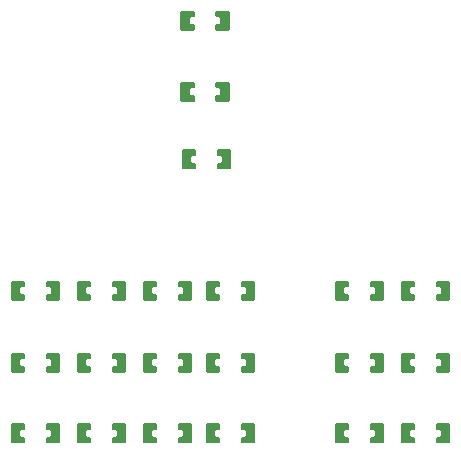
<source format=gtp>
G04 Layer: TopPasteMaskLayer*
G04 EasyEDA v6.5.50, 2025-05-27 18:24:41*
G04 52539cb3a7ae454bb971d49213b625aa,b37a74ae5ac9402f918d5afa9d52dbed,10*
G04 Gerber Generator version 0.2*
G04 Scale: 100 percent, Rotated: No, Reflected: No *
G04 Dimensions in millimeters *
G04 leading zeros omitted , absolute positions ,4 integer and 5 decimal *
%FSLAX45Y45*%
%MOMM*%

%ADD10C,0.0001*%

%LPD*%
G36*
X1202385Y1418539D02*
G01*
X1192377Y1408531D01*
X1192377Y1372412D01*
X1202385Y1362405D01*
X1223467Y1362405D01*
X1233474Y1352397D01*
X1233474Y1314602D01*
X1223467Y1304594D01*
X1202385Y1304594D01*
X1192377Y1294587D01*
X1192377Y1258468D01*
X1202385Y1248460D01*
X1303172Y1248460D01*
X1313129Y1258468D01*
X1313129Y1408531D01*
X1303172Y1418539D01*
G37*
G36*
X906627Y1418539D02*
G01*
X896670Y1408531D01*
X896670Y1258468D01*
X906627Y1248460D01*
X1007414Y1248460D01*
X1017422Y1258468D01*
X1017422Y1294587D01*
X1007414Y1304594D01*
X986332Y1304594D01*
X976325Y1314602D01*
X976325Y1352397D01*
X986332Y1362405D01*
X1007414Y1362405D01*
X1017422Y1372412D01*
X1017422Y1408531D01*
X1007414Y1418539D01*
G37*
G36*
X1761185Y1418539D02*
G01*
X1751177Y1408531D01*
X1751177Y1372412D01*
X1761185Y1362405D01*
X1782267Y1362405D01*
X1792274Y1352397D01*
X1792274Y1314602D01*
X1782267Y1304594D01*
X1761185Y1304594D01*
X1751177Y1294587D01*
X1751177Y1258468D01*
X1761185Y1248460D01*
X1861972Y1248460D01*
X1871929Y1258468D01*
X1871929Y1408531D01*
X1861972Y1418539D01*
G37*
G36*
X1465427Y1418539D02*
G01*
X1455470Y1408531D01*
X1455470Y1258468D01*
X1465427Y1248460D01*
X1566214Y1248460D01*
X1576222Y1258468D01*
X1576222Y1294587D01*
X1566214Y1304594D01*
X1545132Y1304594D01*
X1535125Y1314602D01*
X1535125Y1352397D01*
X1545132Y1362405D01*
X1566214Y1362405D01*
X1576222Y1372412D01*
X1576222Y1408531D01*
X1566214Y1418539D01*
G37*
G36*
X2294585Y1418539D02*
G01*
X2284577Y1408531D01*
X2284577Y1372412D01*
X2294585Y1362405D01*
X2315667Y1362405D01*
X2325674Y1352397D01*
X2325674Y1314602D01*
X2315667Y1304594D01*
X2294585Y1304594D01*
X2284577Y1294587D01*
X2284577Y1258468D01*
X2294585Y1248460D01*
X2395372Y1248460D01*
X2405329Y1258468D01*
X2405329Y1408531D01*
X2395372Y1418539D01*
G37*
G36*
X1998827Y1418539D02*
G01*
X1988870Y1408531D01*
X1988870Y1258468D01*
X1998827Y1248460D01*
X2099614Y1248460D01*
X2109622Y1258468D01*
X2109622Y1294587D01*
X2099614Y1304594D01*
X2078532Y1304594D01*
X2068525Y1314602D01*
X2068525Y1352397D01*
X2078532Y1362405D01*
X2099614Y1362405D01*
X2109622Y1372412D01*
X2109622Y1408531D01*
X2099614Y1418539D01*
G37*
G36*
X3386785Y1418539D02*
G01*
X3376777Y1408531D01*
X3376777Y1372412D01*
X3386785Y1362405D01*
X3407867Y1362405D01*
X3417874Y1352397D01*
X3417874Y1314602D01*
X3407867Y1304594D01*
X3386785Y1304594D01*
X3376777Y1294587D01*
X3376777Y1258468D01*
X3386785Y1248460D01*
X3487572Y1248460D01*
X3497529Y1258468D01*
X3497529Y1408531D01*
X3487572Y1418539D01*
G37*
G36*
X3091027Y1418539D02*
G01*
X3081070Y1408531D01*
X3081070Y1258468D01*
X3091027Y1248460D01*
X3191814Y1248460D01*
X3201822Y1258468D01*
X3201822Y1294587D01*
X3191814Y1304594D01*
X3170732Y1304594D01*
X3160725Y1314602D01*
X3160725Y1352397D01*
X3170732Y1362405D01*
X3191814Y1362405D01*
X3201822Y1372412D01*
X3201822Y1408531D01*
X3191814Y1418539D01*
G37*
G36*
X3945585Y1418539D02*
G01*
X3935577Y1408531D01*
X3935577Y1372412D01*
X3945585Y1362405D01*
X3966667Y1362405D01*
X3976674Y1352397D01*
X3976674Y1314602D01*
X3966667Y1304594D01*
X3945585Y1304594D01*
X3935577Y1294587D01*
X3935577Y1258468D01*
X3945585Y1248460D01*
X4046372Y1248460D01*
X4056329Y1258468D01*
X4056329Y1408531D01*
X4046372Y1418539D01*
G37*
G36*
X3649827Y1418539D02*
G01*
X3639870Y1408531D01*
X3639870Y1258468D01*
X3649827Y1248460D01*
X3750614Y1248460D01*
X3760622Y1258468D01*
X3760622Y1294587D01*
X3750614Y1304594D01*
X3729532Y1304594D01*
X3719525Y1314602D01*
X3719525Y1352397D01*
X3729532Y1362405D01*
X3750614Y1362405D01*
X3760622Y1372412D01*
X3760622Y1408531D01*
X3750614Y1418539D01*
G37*
G36*
X643585Y1418539D02*
G01*
X633577Y1408531D01*
X633577Y1372412D01*
X643585Y1362405D01*
X664667Y1362405D01*
X674674Y1352397D01*
X674674Y1314602D01*
X664667Y1304594D01*
X643585Y1304594D01*
X633577Y1294587D01*
X633577Y1258468D01*
X643585Y1248460D01*
X744372Y1248460D01*
X754329Y1258468D01*
X754329Y1408531D01*
X744372Y1418539D01*
G37*
G36*
X347827Y1418539D02*
G01*
X337870Y1408531D01*
X337870Y1258468D01*
X347827Y1248460D01*
X448614Y1248460D01*
X458622Y1258468D01*
X458622Y1294587D01*
X448614Y1304594D01*
X427532Y1304594D01*
X417525Y1314602D01*
X417525Y1352397D01*
X427532Y1362405D01*
X448614Y1362405D01*
X458622Y1372412D01*
X458622Y1408531D01*
X448614Y1418539D01*
G37*
G36*
X1202385Y2015439D02*
G01*
X1192377Y2005431D01*
X1192377Y1969312D01*
X1202385Y1959305D01*
X1223467Y1959305D01*
X1233474Y1949297D01*
X1233474Y1911502D01*
X1223467Y1901494D01*
X1202385Y1901494D01*
X1192377Y1891487D01*
X1192377Y1855368D01*
X1202385Y1845360D01*
X1303172Y1845360D01*
X1313129Y1855368D01*
X1313129Y2005431D01*
X1303172Y2015439D01*
G37*
G36*
X906627Y2015439D02*
G01*
X896670Y2005431D01*
X896670Y1855368D01*
X906627Y1845360D01*
X1007414Y1845360D01*
X1017422Y1855368D01*
X1017422Y1891487D01*
X1007414Y1901494D01*
X986332Y1901494D01*
X976325Y1911502D01*
X976325Y1949297D01*
X986332Y1959305D01*
X1007414Y1959305D01*
X1017422Y1969312D01*
X1017422Y2005431D01*
X1007414Y2015439D01*
G37*
G36*
X1761185Y2015439D02*
G01*
X1751177Y2005431D01*
X1751177Y1969312D01*
X1761185Y1959305D01*
X1782267Y1959305D01*
X1792274Y1949297D01*
X1792274Y1911502D01*
X1782267Y1901494D01*
X1761185Y1901494D01*
X1751177Y1891487D01*
X1751177Y1855368D01*
X1761185Y1845360D01*
X1861972Y1845360D01*
X1871929Y1855368D01*
X1871929Y2005431D01*
X1861972Y2015439D01*
G37*
G36*
X1465427Y2015439D02*
G01*
X1455470Y2005431D01*
X1455470Y1855368D01*
X1465427Y1845360D01*
X1566214Y1845360D01*
X1576222Y1855368D01*
X1576222Y1891487D01*
X1566214Y1901494D01*
X1545132Y1901494D01*
X1535125Y1911502D01*
X1535125Y1949297D01*
X1545132Y1959305D01*
X1566214Y1959305D01*
X1576222Y1969312D01*
X1576222Y2005431D01*
X1566214Y2015439D01*
G37*
G36*
X2294585Y2015439D02*
G01*
X2284577Y2005431D01*
X2284577Y1969312D01*
X2294585Y1959305D01*
X2315667Y1959305D01*
X2325674Y1949297D01*
X2325674Y1911502D01*
X2315667Y1901494D01*
X2294585Y1901494D01*
X2284577Y1891487D01*
X2284577Y1855368D01*
X2294585Y1845360D01*
X2395372Y1845360D01*
X2405329Y1855368D01*
X2405329Y2005431D01*
X2395372Y2015439D01*
G37*
G36*
X1998827Y2015439D02*
G01*
X1988870Y2005431D01*
X1988870Y1855368D01*
X1998827Y1845360D01*
X2099614Y1845360D01*
X2109622Y1855368D01*
X2109622Y1891487D01*
X2099614Y1901494D01*
X2078532Y1901494D01*
X2068525Y1911502D01*
X2068525Y1949297D01*
X2078532Y1959305D01*
X2099614Y1959305D01*
X2109622Y1969312D01*
X2109622Y2005431D01*
X2099614Y2015439D01*
G37*
G36*
X3386785Y2015439D02*
G01*
X3376777Y2005431D01*
X3376777Y1969312D01*
X3386785Y1959305D01*
X3407867Y1959305D01*
X3417874Y1949297D01*
X3417874Y1911502D01*
X3407867Y1901494D01*
X3386785Y1901494D01*
X3376777Y1891487D01*
X3376777Y1855368D01*
X3386785Y1845360D01*
X3487572Y1845360D01*
X3497529Y1855368D01*
X3497529Y2005431D01*
X3487572Y2015439D01*
G37*
G36*
X3091027Y2015439D02*
G01*
X3081070Y2005431D01*
X3081070Y1855368D01*
X3091027Y1845360D01*
X3191814Y1845360D01*
X3201822Y1855368D01*
X3201822Y1891487D01*
X3191814Y1901494D01*
X3170732Y1901494D01*
X3160725Y1911502D01*
X3160725Y1949297D01*
X3170732Y1959305D01*
X3191814Y1959305D01*
X3201822Y1969312D01*
X3201822Y2005431D01*
X3191814Y2015439D01*
G37*
G36*
X3945585Y2015439D02*
G01*
X3935577Y2005431D01*
X3935577Y1969312D01*
X3945585Y1959305D01*
X3966667Y1959305D01*
X3976674Y1949297D01*
X3976674Y1911502D01*
X3966667Y1901494D01*
X3945585Y1901494D01*
X3935577Y1891487D01*
X3935577Y1855368D01*
X3945585Y1845360D01*
X4046372Y1845360D01*
X4056329Y1855368D01*
X4056329Y2005431D01*
X4046372Y2015439D01*
G37*
G36*
X3649827Y2015439D02*
G01*
X3639870Y2005431D01*
X3639870Y1855368D01*
X3649827Y1845360D01*
X3750614Y1845360D01*
X3760622Y1855368D01*
X3760622Y1891487D01*
X3750614Y1901494D01*
X3729532Y1901494D01*
X3719525Y1911502D01*
X3719525Y1949297D01*
X3729532Y1959305D01*
X3750614Y1959305D01*
X3760622Y1969312D01*
X3760622Y2005431D01*
X3750614Y2015439D01*
G37*
G36*
X643585Y2015439D02*
G01*
X633577Y2005431D01*
X633577Y1969312D01*
X643585Y1959305D01*
X664667Y1959305D01*
X674674Y1949297D01*
X674674Y1911502D01*
X664667Y1901494D01*
X643585Y1901494D01*
X633577Y1891487D01*
X633577Y1855368D01*
X643585Y1845360D01*
X744372Y1845360D01*
X754329Y1855368D01*
X754329Y2005431D01*
X744372Y2015439D01*
G37*
G36*
X347827Y2015439D02*
G01*
X337870Y2005431D01*
X337870Y1855368D01*
X347827Y1845360D01*
X448614Y1845360D01*
X458622Y1855368D01*
X458622Y1891487D01*
X448614Y1901494D01*
X427532Y1901494D01*
X417525Y1911502D01*
X417525Y1949297D01*
X427532Y1959305D01*
X448614Y1959305D01*
X458622Y1969312D01*
X458622Y2005431D01*
X448614Y2015439D01*
G37*
G36*
X643585Y2625039D02*
G01*
X633577Y2615031D01*
X633577Y2578912D01*
X643585Y2568905D01*
X664667Y2568905D01*
X674674Y2558897D01*
X674674Y2521102D01*
X664667Y2511094D01*
X643585Y2511094D01*
X633577Y2501087D01*
X633577Y2464968D01*
X643585Y2454960D01*
X744372Y2454960D01*
X754329Y2464968D01*
X754329Y2615031D01*
X744372Y2625039D01*
G37*
G36*
X347827Y2625039D02*
G01*
X337870Y2615031D01*
X337870Y2464968D01*
X347827Y2454960D01*
X448614Y2454960D01*
X458622Y2464968D01*
X458622Y2501087D01*
X448614Y2511094D01*
X427532Y2511094D01*
X417525Y2521102D01*
X417525Y2558897D01*
X427532Y2568905D01*
X448614Y2568905D01*
X458622Y2578912D01*
X458622Y2615031D01*
X448614Y2625039D01*
G37*
G36*
X3945585Y2625039D02*
G01*
X3935577Y2615031D01*
X3935577Y2578912D01*
X3945585Y2568905D01*
X3966667Y2568905D01*
X3976674Y2558897D01*
X3976674Y2521102D01*
X3966667Y2511094D01*
X3945585Y2511094D01*
X3935577Y2501087D01*
X3935577Y2464968D01*
X3945585Y2454960D01*
X4046372Y2454960D01*
X4056329Y2464968D01*
X4056329Y2615031D01*
X4046372Y2625039D01*
G37*
G36*
X3649827Y2625039D02*
G01*
X3639870Y2615031D01*
X3639870Y2464968D01*
X3649827Y2454960D01*
X3750614Y2454960D01*
X3760622Y2464968D01*
X3760622Y2501087D01*
X3750614Y2511094D01*
X3729532Y2511094D01*
X3719525Y2521102D01*
X3719525Y2558897D01*
X3729532Y2568905D01*
X3750614Y2568905D01*
X3760622Y2578912D01*
X3760622Y2615031D01*
X3750614Y2625039D01*
G37*
G36*
X3386785Y2625039D02*
G01*
X3376777Y2615031D01*
X3376777Y2578912D01*
X3386785Y2568905D01*
X3407867Y2568905D01*
X3417874Y2558897D01*
X3417874Y2521102D01*
X3407867Y2511094D01*
X3386785Y2511094D01*
X3376777Y2501087D01*
X3376777Y2464968D01*
X3386785Y2454960D01*
X3487572Y2454960D01*
X3497529Y2464968D01*
X3497529Y2615031D01*
X3487572Y2625039D01*
G37*
G36*
X3091027Y2625039D02*
G01*
X3081070Y2615031D01*
X3081070Y2464968D01*
X3091027Y2454960D01*
X3191814Y2454960D01*
X3201822Y2464968D01*
X3201822Y2501087D01*
X3191814Y2511094D01*
X3170732Y2511094D01*
X3160725Y2521102D01*
X3160725Y2558897D01*
X3170732Y2568905D01*
X3191814Y2568905D01*
X3201822Y2578912D01*
X3201822Y2615031D01*
X3191814Y2625039D01*
G37*
G36*
X2294585Y2625039D02*
G01*
X2284577Y2615031D01*
X2284577Y2578912D01*
X2294585Y2568905D01*
X2315667Y2568905D01*
X2325674Y2558897D01*
X2325674Y2521102D01*
X2315667Y2511094D01*
X2294585Y2511094D01*
X2284577Y2501087D01*
X2284577Y2464968D01*
X2294585Y2454960D01*
X2395372Y2454960D01*
X2405329Y2464968D01*
X2405329Y2615031D01*
X2395372Y2625039D01*
G37*
G36*
X1998827Y2625039D02*
G01*
X1988870Y2615031D01*
X1988870Y2464968D01*
X1998827Y2454960D01*
X2099614Y2454960D01*
X2109622Y2464968D01*
X2109622Y2501087D01*
X2099614Y2511094D01*
X2078532Y2511094D01*
X2068525Y2521102D01*
X2068525Y2558897D01*
X2078532Y2568905D01*
X2099614Y2568905D01*
X2109622Y2578912D01*
X2109622Y2615031D01*
X2099614Y2625039D01*
G37*
G36*
X1761185Y2625039D02*
G01*
X1751177Y2615031D01*
X1751177Y2578912D01*
X1761185Y2568905D01*
X1782267Y2568905D01*
X1792274Y2558897D01*
X1792274Y2521102D01*
X1782267Y2511094D01*
X1761185Y2511094D01*
X1751177Y2501087D01*
X1751177Y2464968D01*
X1761185Y2454960D01*
X1861972Y2454960D01*
X1871929Y2464968D01*
X1871929Y2615031D01*
X1861972Y2625039D01*
G37*
G36*
X1465427Y2625039D02*
G01*
X1455470Y2615031D01*
X1455470Y2464968D01*
X1465427Y2454960D01*
X1566214Y2454960D01*
X1576222Y2464968D01*
X1576222Y2501087D01*
X1566214Y2511094D01*
X1545132Y2511094D01*
X1535125Y2521102D01*
X1535125Y2558897D01*
X1545132Y2568905D01*
X1566214Y2568905D01*
X1576222Y2578912D01*
X1576222Y2615031D01*
X1566214Y2625039D01*
G37*
G36*
X1202385Y2625039D02*
G01*
X1192377Y2615031D01*
X1192377Y2578912D01*
X1202385Y2568905D01*
X1223467Y2568905D01*
X1233474Y2558897D01*
X1233474Y2521102D01*
X1223467Y2511094D01*
X1202385Y2511094D01*
X1192377Y2501087D01*
X1192377Y2464968D01*
X1202385Y2454960D01*
X1303172Y2454960D01*
X1313129Y2464968D01*
X1313129Y2615031D01*
X1303172Y2625039D01*
G37*
G36*
X906627Y2625039D02*
G01*
X896670Y2615031D01*
X896670Y2464968D01*
X906627Y2454960D01*
X1007414Y2454960D01*
X1017422Y2464968D01*
X1017422Y2501087D01*
X1007414Y2511094D01*
X986332Y2511094D01*
X976325Y2521102D01*
X976325Y2558897D01*
X986332Y2568905D01*
X1007414Y2568905D01*
X1017422Y2578912D01*
X1017422Y2615031D01*
X1007414Y2625039D01*
G37*
G36*
X2078685Y4911039D02*
G01*
X2068677Y4901031D01*
X2068677Y4864912D01*
X2078685Y4854905D01*
X2099767Y4854905D01*
X2109774Y4844897D01*
X2109774Y4807102D01*
X2099767Y4797094D01*
X2078685Y4797094D01*
X2068677Y4787087D01*
X2068677Y4750968D01*
X2078685Y4740960D01*
X2179472Y4740960D01*
X2189429Y4750968D01*
X2189429Y4901031D01*
X2179472Y4911039D01*
G37*
G36*
X1782927Y4911039D02*
G01*
X1772970Y4901031D01*
X1772970Y4750968D01*
X1782927Y4740960D01*
X1883714Y4740960D01*
X1893722Y4750968D01*
X1893722Y4787087D01*
X1883714Y4797094D01*
X1862632Y4797094D01*
X1852625Y4807102D01*
X1852625Y4844897D01*
X1862632Y4854905D01*
X1883714Y4854905D01*
X1893722Y4864912D01*
X1893722Y4901031D01*
X1883714Y4911039D01*
G37*
G36*
X2091385Y3738118D02*
G01*
X2081377Y3728110D01*
X2081377Y3691991D01*
X2091385Y3681984D01*
X2112467Y3681984D01*
X2122474Y3671976D01*
X2122474Y3634181D01*
X2112467Y3624173D01*
X2091385Y3624173D01*
X2081377Y3614165D01*
X2081377Y3578047D01*
X2091385Y3568039D01*
X2192172Y3568039D01*
X2202129Y3578047D01*
X2202129Y3728110D01*
X2192172Y3738118D01*
G37*
G36*
X1795627Y3738118D02*
G01*
X1785670Y3728110D01*
X1785670Y3578047D01*
X1795627Y3568039D01*
X1896414Y3568039D01*
X1906422Y3578047D01*
X1906422Y3614165D01*
X1896414Y3624173D01*
X1875332Y3624173D01*
X1865325Y3634181D01*
X1865325Y3671976D01*
X1875332Y3681984D01*
X1896414Y3681984D01*
X1906422Y3691991D01*
X1906422Y3728110D01*
X1896414Y3738118D01*
G37*
G36*
X2078685Y4309618D02*
G01*
X2068677Y4299610D01*
X2068677Y4263491D01*
X2078685Y4253484D01*
X2099767Y4253484D01*
X2109774Y4243476D01*
X2109774Y4205681D01*
X2099767Y4195673D01*
X2078685Y4195673D01*
X2068677Y4185665D01*
X2068677Y4149547D01*
X2078685Y4139539D01*
X2179472Y4139539D01*
X2189429Y4149547D01*
X2189429Y4299610D01*
X2179472Y4309618D01*
G37*
G36*
X1782927Y4309618D02*
G01*
X1772970Y4299610D01*
X1772970Y4149547D01*
X1782927Y4139539D01*
X1883714Y4139539D01*
X1893722Y4149547D01*
X1893722Y4185665D01*
X1883714Y4195673D01*
X1862632Y4195673D01*
X1852625Y4205681D01*
X1852625Y4243476D01*
X1862632Y4253484D01*
X1883714Y4253484D01*
X1893722Y4263491D01*
X1893722Y4299610D01*
X1883714Y4309618D01*
G37*
M02*

</source>
